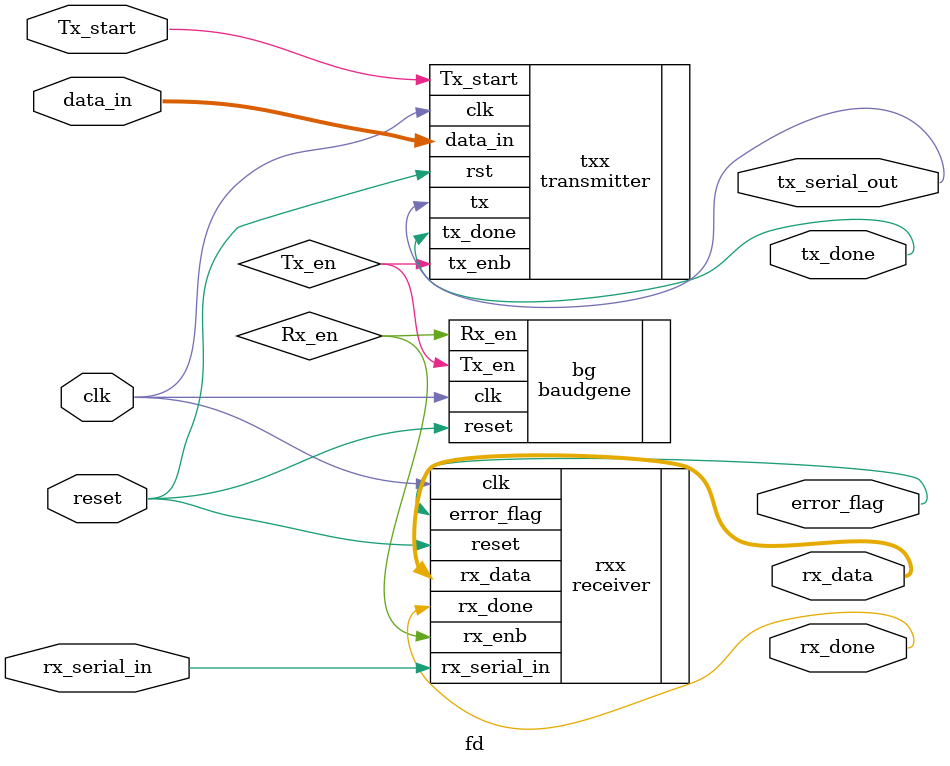
<source format=v>
module fd(output tx_serial_out,output tx_done,output [7:0] rx_data,output rx_done,output error_flag,
  input  clk,
 input  reset,
  input  Tx_start,
  input  [7:0] data_in,
  input  rx_serial_in);
  wire Tx_en;
  wire Rx_en;
 
// Baud Generator
  baudgene bg ( .clk(clk), .reset(reset), .Tx_en(Tx_en), .Rx_en(Rx_en));
// Transmitter
  transmitter txx (.tx(tx_serial_out), .tx_done(tx_done), .clk(clk), .rst(reset), .Tx_start(Tx_start),
 .data_in(data_in),
    .tx_enb(Tx_en));
// Receiver
  receiver rxx (.rx_data(rx_data),.rx_done(rx_done),.error_flag(error_flag),.clk(clk),.reset(reset),
    .rx_serial_in(rx_serial_in),
    .rx_enb(Rx_en));
endmodule



</source>
